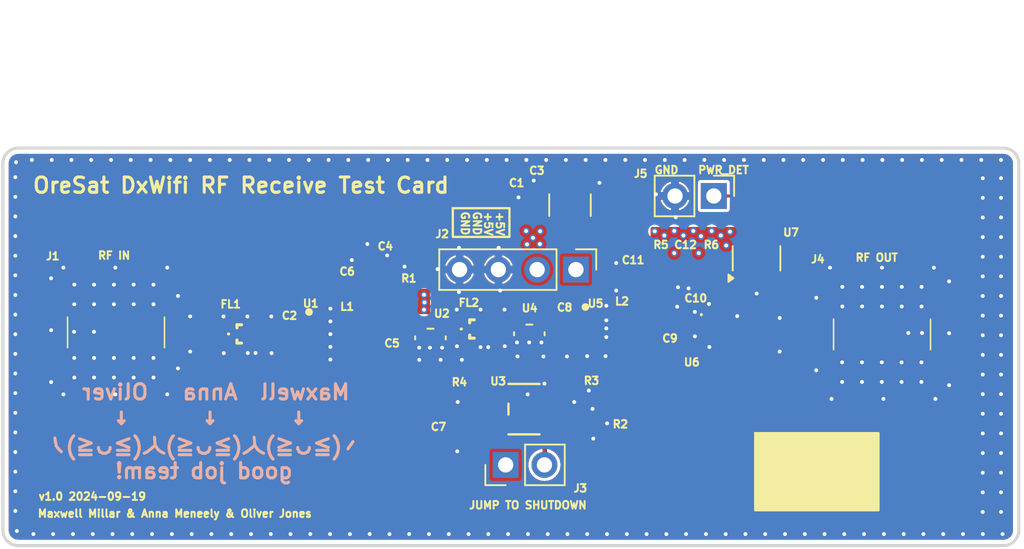
<source format=kicad_pcb>
(kicad_pcb (version 20240108) (generator "pcbnew") (generator_version "8.0")
  (layers (0 "F.Cu" signal) (1 "In1.Cu" signal) (2 "In2.Cu" signal) (31 "B.Cu" signal) (34 "B.Paste" user) (35 "F.Paste" user) (36 "B.SilkS" user "B.Silkscreen") (37 "F.SilkS" user "F.Silkscreen") (38 "B.Mask" user) (39 "F.Mask" user) (44 "Edge.Cuts" user))
  (net 0 "")
  (net 1 "GND")
  (net 2 "5VA")
  (net 3 "Net-(C4-Pad1)")
  (net 4 "Net-(C10-Pad1)")
  (net 5 "Net-(J3-Pin_2)")
  (net 6 "/PWR_DET_OUT")
  (net 7 "Net-(U1-SHUT_DOWN)")
  (net 8 "Net-(U3-Y)")
  (net 19 "/RF_BPF_OUT2")
  (net 20 "/RF_BPF_OUT1")
  (net 21 "/RF_LNA1_OUT2")
  (net 22 "/RF_LNA1_OUT1")
  (net 23 "/RF_ATTEN2_OUT1")
  (net 24 "/RF_ATTEN2_OUT2")
  (net 25 "/RF_BPF2_OUT")
  (net 26 "/RF_ATTEN1_OUT1")
  (net 27 "/RF_IN")
  (net 28 "/RF_OUT1")
  (net 29 "/PWR_DET_IN")
  (net 30 "/RF_LNA2_OUT1")
  (net 31 "/RF_LNA2_OUT2")
  (net 32 "Net-(U7-~{SHDN})")
  (footprint "oresat-passives:PAT1220(0805)" (layer "F.Cu") (at 131.409087 105.53295)
    (property "Reference" "U4")
    (property "Value" "PAT1220-C-3DB")
  )
  (footprint "oresat-passives:0603-C-NOSILK" (layer "F.Cu") (at 137.822587 101.7884 180)
    (property "Reference" "C11")
    (property "Value" "1u")
  )
  (footprint "oresat-ics:TQP3M9037" (layer "F.Cu") (at 136.459087 105.18295)
    (property "Reference" "U5")
    (property "Value" "TQP3M9037" (hide yes))
  )
  (footprint "oresat-ics:TQP3M9037" (layer "F.Cu") (at 118.359087 105.50795)
    (property "Reference" "U1")
    (property "Value" "TQP3M9037" (hide yes))
  )
  (footprint "Connector_PinHeader_2.54mm:PinHeader_1x02_P2.54mm_Vertical" (layer "F.Cu") (at 143.49 96.51 -90)
    (property "Reference" "J5")
    (property "Value" "0022232021" (hide yes))
  )
  (footprint "oresat-connectors:SMA 142-0711-201" (layer "F.Cu") (at 154.5074 105.572 90)
    (property "Reference" "J4")
    (property "Value" "Conn_Coaxial_142-0711-201" (hide yes))
  )
  (footprint "oresat-passives:0603-C-NOSILK" (layer "F.Cu") (at 138.91 104.21 -90)
    (property "Reference" "L2")
    (property "Value" "18nH")
  )
  (footprint "Capacitor_SMD:C_1210_3225Metric" (layer "F.Cu") (at 134.072587 97.1084 90)
    (property "Reference" "C3")
    (property "Value" "22u" (hide yes))
  )
  (footprint "oresat-passives:0603-C-NOSILK" (layer "F.Cu") (at 131.642587 97.2384 90)
    (property "Reference" "C1")
    (property "Value" "2u2")
  )
  (footprint "Package_TO_SOT_SMD:TSOT-23-5" (layer "F.Cu") (at 146.287901 100.591919 90)
    (property "Reference" "U7")
    (property "Value" "LTC5505-1ES5" (hide yes))
  )
  (footprint "oresat-passives:0603-C-NOSILK" (layer "F.Cu") (at 120.796587 101.4184 90)
    (property "Reference" "C6")
    (property "Value" "1u")
  )
  (footprint "oresat-passives:0603-C-NOSILK" (layer "F.Cu") (at 123.062587 103.57995)
    (property "Reference" "R1")
    (property "Value" "0")
  )
  (footprint "oresat-passives:0603-C-NOSILK" (layer "F.Cu") (at 140.096964 101.096894 90)
    (property "Reference" "R5")
    (property "Value" "0")
  )
  (footprint "oresat-connectors:SMA 142-0711-201" (layer "F.Cu") (at 104.345213 105.442 -90)
    (property "Reference" "J1")
    (property "Value" "142-0711-201" (hide yes))
  )
  (footprint "Connector_PinHeader_2.54mm:PinHeader_1x02_P2.54mm_Vertical" (layer "F.Cu") (at 129.859087 114.11895 90)
    (property "Reference" "J3")
    (property "Value" "0022232021" (hide yes))
  )
  (footprint "oresat-passives:0402-C-NOSILK" (layer "F.Cu") (at 133.809087 104.93295)
    (property "Reference" "C8")
    (property "Value" "15p")
  )
  (footprint "oresat-passives:0603-C-NOSILK" (layer "F.Cu") (at 141.7 101.096894 -90)
    (property "Reference" "C12")
    (property "Value" "100n")
  )
  (footprint "oresat-passives:0603-C-NOSILK" (layer "F.Cu") (at 127.532587 111.5584 180)
    (property "Reference" "C7")
    (property "Value" "100n")
  )
  (footprint "oresat-misc:PD2328J5050S2HF" (layer "F.Cu") (at 143.675587 104.93295 90)
    (property "Reference" "U6")
    (property "Value" "PD2328J5050S2HF" (hide yes))
  )
  (footprint "oresat-passives:0402-C-NOSILK" (layer "F.Cu") (at 140.609087 104.93295)
    (property "Reference" "C9")
    (property "Value" "15p")
  )
  (footprint "Connector_PinHeader_2.54mm:PinHeader_1x04_P2.54mm_Vertical" (layer "F.Cu") (at 134.460687 101.33055 -90)
    (property "Reference" "J2")
    (property "Value" "0022232041" (hide yes))
  )
  (footprint "oresat-passives:0402-C-NOSILK" (layer "F.Cu") (at 140.602587 103.1684)
    (property "Reference" "C10")
    (property "Value" "15p")
  )
  (footprint "oresat-passives:0603-C-NOSILK" (layer "F.Cu") (at 134.859087 111.41895 180)
    (property "Reference" "R2")
    (property "Value" "10k")
  )
  (footprint "oresat-ics:QPQ1907SR" (layer "F.Cu") (at 112.964087 105.54395)
    (property "Reference" "FL1")
    (property "Value" "QPQ1907SR" (hide yes))
  )
  (footprint "oresat-passives:0603-C-NOSILK" (layer "F.Cu") (at 143.346869 101.096894 90)
    (property "Reference" "R6")
    (property "Value" "10K")
  )
  (footprint "oresat-misc:DBV5 SN74LVC1G3T2Q" (layer "F.Cu") (at 131.059087 110.46895 180)
    (property "Reference" "U3")
    (property "Value" "SN74LVC1G32QDBVRQ1" (hide yes))
  )
  (footprint "oresat-passives:0603-C-NOSILK" (layer "F.Cu") (at 134.334087 108.55 90)
    (property "Reference" "R3")
    (property "Value" "33K")
  )
  (footprint "oresat-passives:PAT1220(0805)" (layer "F.Cu") (at 124.935687 105.8)
    (property "Reference" "U2")
    (property "Value" "PAT1220-C-3DB")
  )
  (footprint "oresat-passives:0402-C-NOSILK" (layer "F.Cu") (at 115.709087 105.25795)
    (property "Reference" "C2")
    (property "Value" "15p")
  )
  (footprint "oresat-ics:QPQ1907SR" (layer "F.Cu") (at 128.204087 105.21895)
    (property "Reference" "FL2")
    (property "Value" "QPQ1907SR" (hide yes))
  )
  (footprint "oresat-passives:0603-C-NOSILK" (layer "F.Cu") (at 128.13 108.57 -90)
    (property "Reference" "R4")
    (property "Value" "10k")
  )
  (footprint "oresat-passives:0402-C-NOSILK" (layer "F.Cu") (at 122.062587 101.5984 90)
    (property "Reference" "C4")
    (property "Value" "15p")
  )
  (footprint "oresat-passives:0402-C-NOSILK" (layer "F.Cu") (at 122.555087 105.24395)
    (property "Reference" "C5")
    (property "Value" "15p")
  )
  (footprint "oresat-passives:0603-C-NOSILK" (layer "F.Cu") (at 120.796587 104.56 -90)
    (property "Reference" "L1")
    (property "Value" "18nH")
  )
  (gr_rect (start 126.4 97.3102) (end 130.1084 99.1898) (stroke (width 0.15)) (fill none) (layer "F.SilkS"))
  (gr_rect (start 146.202652 112.04253) (end 154.271322 117.0886) (stroke (width 0.15)) (fill solid) (layer "F.SilkS"))
  (gr_line (start 97.937413 93.3734) (end 162.462587 93.3734) (stroke (width 0.2)) (layer "Edge.Cuts"))
  (gr_arc (start 96.937413 94.3734) (mid 97.230306 93.666293) (end 97.937413 93.3734) (stroke (width 0.2)) (layer "Edge.Cuts"))
  (gr_arc (start 163.462587 118.4) (mid 163.169693 119.107102) (end 162.462587 119.4) (stroke (width 0.2)) (layer "Edge.Cuts"))
  (gr_line (start 96.937413 118.4) (end 96.937413 94.3734) (stroke (width 0.2)) (layer "Edge.Cuts"))
  (gr_line (start 162.462587 119.4) (end 97.937413 119.4) (stroke (width 0.2)) (layer "Edge.Cuts"))
  (gr_arc (start 162.462587 93.3734) (mid 163.169702 93.666289) (end 163.462587 94.3734) (stroke (width 0.2)) (layer "Edge.Cuts"))
  (gr_arc (start 97.937413 119.4) (mid 97.230298 119.107111) (end 96.937413 118.4) (stroke (width 0.2)) (layer "Edge.Cuts"))
  (gr_line (start 163.462587 94.3734) (end 163.462587 118.4) (stroke (width 0.2)) (layer "Edge.Cuts"))
  (gr_text "ヽ(≧◡≦)人(≧◡≦)人(≧◡≦)ノ\ngood job team!" (at 110.1 115.1 0) (layer "B.SilkS") (effects (font (size 1 1) (thickness 0.2) (bold yes)) (justify bottom mirror)))
  (gr_text "Maxwell  Anna   Oliver \n↓      ↓      ↓\n" (at 110.5 111.55 0) (layer "B.SilkS") (effects (font (size 1 1) (thickness 0.2) (bold yes)) (justify bottom mirror)))
  (gr_text "RF OUT" (at 152.7079 100.83705 0) (layer "F.SilkS") (effects (font (size 0.5 0.5) (thickness 0.125) (bold yes)) (justify left bottom)))
  (gr_text "Maxwell Millar & Anna Meneely & Oliver Jones\n" (at 99.157587 117.5966 0) (layer "F.SilkS") (effects (font (size 0.5 0.5) (thickness 0.125)) (justify left bottom)))
  (gr_text "${REVISION} ${ISSUE_DATE}" (at 101.519787 112.2626 0) (layer "F.SilkS") (effects (font (size 0.5 0.5) (thickness 0.125)) (justify left bottom)))
  (gr_text "GND" (at 127.6954 97.4626 -90) (layer "F.SilkS") (effects (font (size 0.5 0.5) (thickness 0.125) (bold yes)) (justify left bottom)))
  (gr_text "PWR_DET" (at 142.4 95.1 0) (layer "F.SilkS") (effects (font (size 0.5 0.5) (thickness 0.125) (bold yes)) (justify left bottom)))
  (gr_text "OreSat DxWifi RF Receive Test Card\n" (at 98.8 96.4 0) (layer "F.SilkS") (effects (font (size 1 1) (thickness 0.2) (bold yes)) (justify left bottom)))
  (gr_text "v1.0 2024-09-19" (at 99.208387 116.479 0) (layer "F.SilkS") (effects (font (size 0.5 0.5) (thickness 0.125) (bold yes)) (justify left bottom)))
  (gr_text "+5V\n" (at 128.432 97.488 -90) (layer "F.SilkS") (effects (font (size 0.5 0.5) (thickness 0.125) (bold yes)) (justify left bottom)))
  (gr_text "RF IN" (at 103.1 100.7 0) (layer "F.SilkS") (effects (font (size 0.5 0.5) (thickness 0.125) (bold yes)) (justify left bottom)))
  (gr_text "${REVISION} ${ISSUE_DATE}" (at 114.600787 84.5512 0) (layer "F.SilkS") (effects (font (size 0.5 0.5) (thickness 0.125)) (justify left bottom)))
  (gr_text "JUMP TO SHUTDOWN\n" (at 127.4 117.05 0) (layer "F.SilkS") (effects (font (size 0.5 0.5) (thickness 0.125) (bold yes)) (justify left bottom)))
  (gr_text "GND" (at 126.908 97.4626 -90) (layer "F.SilkS") (effects (font (size 0.5 0.5) (thickness 0.125) (bold yes)) (justify left bottom)))
  (gr_text "+5V\n" (at 129.194 97.488 -90) (layer "F.SilkS") (effects (font (size 0.5 0.5) (thickness 0.125) (bold yes)) (justify left bottom)))
  (gr_text "GND" (at 139.55 95.1 0) (layer "F.SilkS") (effects (font (size 0.5 0.5) (thickness 0.125) (bold yes)) (justify left bottom)))
  (segment (start 157.0859 105.521463) (end 157.0859 107.40245) (width 0.38) (layer "F.Cu") (net 1))
  (segment (start 102.9075 103.6) (end 102.9075 105.3345) (width 0.38) (layer "F.Cu") (net 1))
  (segment (start 112.95 104.356263) (end 112.946887 104.35315) (width 0.2) (layer "F.Cu") (net 1))
  (segment (start 128.212287 106.41055) (end 128.212287 105.51315) (width 0.2) (layer "F.Cu") (net 1))
  (segment (start 144.203537 104.9) (end 144.170587 104.93295) (width 0.2) (layer "F.Cu") (net 1))
  (segment (start 112.964087 105.25795) (end 112.964087 105.82995) (width 0.2) (layer "F.Cu") (net 1))
  (segment (start 102.9 105.342) (end 102.9 107.1075) (width 0.38) (layer "F.Cu") (net 1))
  (segment (start 128.161487 104.02295) (end 128.204087 104.06555) (width 0.2) (layer "F.Cu") (net 1))
  (segment (start 144.9 104.9) (end 144.203537 104.9) (width 0.2) (layer "F.Cu") (net 1))
  (segment (start 157.128313 105.47905) (end 157.0859 105.521463) (width 0.38) (layer "F.Cu") (net 1))
  (segment (start 145.027087 104.37855) (end 145.027087 104.772913) (width 0.2) (layer "F.Cu") (net 1))
  (segment (start 112.964087 105.82995) (end 112.964087 106.78335) (width 0.2) (layer "F.Cu") (net 1))
  (segment (start 156.228313 105.47905) (end 156.228313 106.962537) (width 0.38) (layer "F.Cu") (net 1))
  (segment (start 156.228313 106.962537) (end 155.7884 107.40245) (width 0.38) (layer "F.Cu") (net 1))
  (segment (start 102.9 107.1075) (end 102.9075 107.115) (width 0.38) (layer "F.Cu") (net 1))
  (segment (start 128.204087 104.06555) (end 128.204087 104.93295) (width 0.2) (layer "F.Cu") (net 1))
  (segment (start 128.204087 105.50495) (end 128.699087 105.50495) (width 0.2) (layer "F.Cu") (net 1))
  (segment (start 156.228313 105.47905) (end 156.228313 104.177363) (width 0.38) (layer "F.Cu") (net 1))
  (segment (start 128.204087 104.93295) (end 128.204087 105.50495) (width 0.2) (layer "F.Cu") (net 1))
  (segment (start 113.45 105.839037) (end 113.459087 105.82995) (width 0.2) (layer "F.Cu") (net 1))
  (segment (start 157.128313 105.47905) (end 157.0959 105.446637) (width 0.38) (layer "F.Cu") (net 1))
  (segment (start 128.699087 105.50495) (end 128.699087 106.38935) (width 0.2) (layer "F.Cu") (net 1))
  (segment (start 113.480287 106.79155) (end 113.45 106.761263) (width 0.2) (layer "F.Cu") (net 1))
  (segment (start 112.964087 105.25795) (end 112.95 105.243863) (width 0.2) (layer "F.Cu") (net 1))
  (segment (start 156.228313 104.177363) (end 155.7984 103.74745) (width 0.38) (layer "F.Cu") (net 1))
  (segment (start 101.61 105.41) (end 101.61 107.115) (width 0.38) (layer "F.Cu") (net 1))
  (segment (start 128.212287 105.51315) (end 128.204087 105.50495) (width 0.2) (layer "F.Cu") (net 1))
  (segment (start 102.9075 105.3345) (end 102.9 105.342) (width 0.38) (layer "F.Cu") (net 1))
  (segment (start 101.61 105.39) (end 101.6 105.4) (width 0.38) (layer "F.Cu") (net 1))
  (segment (start 157.0959 105.446637) (end 157.0959 103.74745) (width 0.38) (layer "F.Cu") (net 1))
  (segment (start 101.61 103.6) (end 101.61 105.39) (width 0.38) (layer "F.Cu") (net 1))
  (segment (start 145.027087 104.772913) (end 144.9 104.9) (width 0.2) (layer "F.Cu") (net 1))
  (segment (start 112.95 105.243863) (end 112.95 104.356263) (width 0.2) (layer "F.Cu") (net 1))
  (segment (start 112.964087 106.78335) (end 112.972287 106.79155) (width 0.2) (layer "F.Cu") (net 1))
  (segment (start 128.699087 106.38935) (end 128.720287 106.41055) (width 0.2) (layer "F.Cu") (net 1))
  (segment (start 113.45 106.761263) (end 113.45 105.839037) (width 0.2) (layer "F.Cu") (net 1))
  (segment (start 101.6 105.4) (end 101.61 105.41) (width 0.38) (layer "F.Cu") (net 1))
  (segment (start 113.459087 105.82995) (end 112.964087 105.82995) (width 0.2) (layer "F.Cu") (net 1))
  (via (at 131.215578 94.15) (size 0.4572) (drill 0.254) (layers "F.Cu" "B.Cu") (net 1))
  (via (at 155.7884 107.40245) (size 0.4572) (drill 0.254) (layers "F.Cu" "B.Cu") (net 1))
  (via (at 132.4 108.8) (size 0.4572) (drill 0.254) (layers "F.Cu" "B.Cu") (net 1))
  (via (at 155.7984 103.74745) (size 0.4572) (drill 0.254) (layers "F.Cu" "B.Cu") (net 1))
  (via (at 114.478186 118.65) (size 0.4572) (drill 0.254) (layers "F.Cu" "B.Cu") (net 1))
  (via (at 107.902266 94.15) (size 0.4572) (drill 0.254) (layers "F.Cu" "B.Cu") (net 1))
  (via (at 97.75 102.99306) (size 0.4572) (drill 0.254) (layers "F.Cu" "B.Cu") (net 1))
  (via (at 151.2 109.8) (size 0.4572) (drill 0.254) (layers "F.Cu" "B.Cu") (net 1))
  (via (at 154.52889 94.15) (size 0.4572) (drill 0.254) (layers "F.Cu" "B.Cu") (net 1))
  (via (at 154.5009 102.46245) (size 0.4572) (drill 0.254) (layers "F.Cu" "B.Cu") (net 1))
  (via (at 131.7 95.5) (size 0.4572) (drill 0.254) (layers "F.Cu" "B.Cu") (net 1))
  (via (at 150.2 107.92365) (size 0.4572) (drill 0.254) (layers "F.Cu" "B.Cu") (net 1))
  (via (at 158.514442 118.65) (size 0.4572) (drill 0.254) (layers "F.Cu" "B.Cu") (net 1))
  (via (at 162.3 113.342918) (size 0.4572) (drill 0.254) (layers "F.Cu" "B.Cu") (net 1))
  (via (at 97.85 118.45) (size 0.4572) (drill 0.254) (layers "F.Cu" "B.Cu") (net 1))
  (via (at 153.2034 103.74745) (size 0.4572) (drill 0.254) (layers "F.Cu" "B.Cu") (net 1))
  (via (at 105.311898 94.15) (size 0.4572) (drill 0.254) (layers "F.Cu" "B.Cu") (net 1))
  (via (at 106.8 108.4) (size 0.4572) (drill 0.254) (layers "F.Cu" "B.Cu") (net 1))
  (via (at 142.25 104.1) (size 0.4572) (drill 0.254) (layers "F.Cu" "B.Cu") (net 1))
  (via (at 118.382487 106.390011) (size 0.4572) (drill 0.254) (layers "F.Cu" "B.Cu") (net 1))
  (via (at 162.3 106.914448) (size 0.4572) (drill 0.254) (layers "F.Cu" "B.Cu") (net 1))
  (via (at 161.1 109.488336) (size 0.4572) (drill 0.254) (layers "F.Cu" "B.Cu") (net 1))
  (via (at 161.1 100.488478) (size 0.4572) (drill 0.254) (layers "F.Cu" "B.Cu") (net 1))
  (via (at 162.3 99.200284) (size 0.4572) (drill 0.254) (layers "F.Cu" "B.Cu") (net 1))
  (via (at 135.55 110.45) (size 0.4572) (drill 0.254) (layers "F.Cu" "B.Cu") (net 1))
  (via (at 108.4 107.8) (size 0.4572) (drill 0.254) (layers "F.Cu" "B.Cu") (net 1))
  (via (at 136.45 105.183324) (size 0.4572) (drill 0.254) (layers "F.Cu" "B.Cu") (net 1))
  (via (at 114.515 104.4) (size 0.4572) (drill 0.254) (layers "F.Cu" "B.Cu") (net 1))
  (via (at 153.2034 102.46245) (size 0.4572) (drill 0.254) (layers "F.Cu" "B.Cu") (net 1))
  (via (at 124.739658 94.15) (size 0.4572) (drill 0.254) (layers "F.Cu" "B.Cu") (net 1))
  (via (at 114.53 106.8) (size 0.4572) (drill 0.254) (layers "F.Cu" "B.Cu") (net 1))
  (via (at 137.1 102.7) (size 0.4572) (drill 0.254) (layers "F.Cu" "B.Cu") (net 1))
  (via (at 104.205 108.4) (size 0.4572) (drill 0.254) (layers "F.Cu" "B.Cu") (net 1))
  (via (at 113.480287 106.79155) (size 0.4572) (drill 0.254) (layers "F.Cu" "B.Cu") (net 1))
  (via (at 115.67337 94.15) (size 0.4572) (drill 0.254) (layers "F.Cu" "B.Cu") (net 1))
  (via (at 97.75 117.135694) (size 0.4572) (drill 0.254) (layers "F.Cu" "B.Cu") (net 1))
  (via (at 126.134842 118.65) (size 0.4572) (drill 0.254) (layers "F.Cu" "B.Cu") (net 1))
  (via (at 97.75 113.278612) (size 0.4572) (drill 0.254) (layers "F.Cu" "B.Cu") (net 1))
  (via (at 140.381866 118.65) (size 0.4572) (drill 0.254) (layers "F.Cu" "B.Cu") (net 1))
  (via (at 161.1 103.059866) (size 0.4572) (drill 0.254) (layers "F.Cu" "B.Cu") (net 1))
  (via (at 138.986682 94.15) (size 0.4572) (drill 0.254) (layers "F.Cu" "B.Cu") (net 1))
  (via (at 106.607082 94.15) (size 0.4572) (drill 0.254) (layers "F.Cu" "B.Cu") (net 1))
  (via (at 162.3 94.15) (size 0.4572) (drill 0.254) (layers "F.Cu" "B.Cu") (net 1))
  (via (at 106.8 103.6) (size 0.4572) (drill 0.254) (layers "F.Cu" "B.Cu") (net 1))
  (via (at 102.72153 94.15) (size 0.4572) (drill 0.254) (layers "F.Cu" "B.Cu") (net 1))
  (via (at 109.2 104.4) (size 0.4572) (drill 0.254) (layers "F.Cu" "B.Cu") (net 1))
  (via (at 151.9059 102.46245) (size 0.4572) (drill 0.254) (layers "F.Cu" "B.Cu") (net 1))
  (via (at 161.1 115.916806) (size 0.4572) (drill 0.254) (layers "F.Cu" "B.Cu") (net 1))
  (via (at 151.938522 94.15) (size 0.4572) (drill 0.254) (layers "F.Cu" "B.Cu") (net 1))
  (via (at 157.0959 103.74745) (size 0.4572) (drill 0.254) (layers "F.Cu" "B.Cu") (net 1))
  (via (at 104.3 101.2) (size 0.4572) (drill 0.254) (layers "F.Cu" "B.Cu") (net 1))
  (via (at 97.75 96.56459) (size 0.4572) (drill 0.254) (layers "F.Cu" "B.Cu") (net 1))
  (via (at 145.562602 118.65) (size 0.4572) (drill 0.254) (layers "F.Cu" "B.Cu") (net 1))
  (via (at 136 95.65) (size 0.4572) (drill 0.254) (layers "F.Cu" "B.Cu") (net 1))
  (via (at 112.972287 106.79155) (size 0.4572) (drill 0.254) (layers "F.Cu" "B.Cu") (net 1))
  (via (at 111.4 106.8) (size 0.4572) (drill 0.254) (layers "F.Cu" "B.Cu") (net 1))
  (via (at 132.2 106.1) (size 0.4572) (drill 0.254) (layers "F.Cu" "B.Cu") (net 1))
  (via (at 126.993087 107.24025) (size 0.4572) (drill 0.254) (layers "F.Cu" "B.Cu") (net 1))
  (via (at 157.0859 108.68745) (size 0.4572) (drill 0.254) (layers "F.Cu" "B.Cu") (net 1))
  (via (at 113.183002 118.65) (size 0.4572) (drill 0.254) (layers "F.Cu" "B.Cu") (net 1))
  (via (at 159.809626 118.65) (size 0.4572) (drill 0.254) (layers "F.Cu" "B.Cu") (net 1))
  (via (at 132.510762 94.15) (size 0.4572) (drill 0.254) (layers "F.Cu" "B.Cu") (net 1))
  (via (at 132.334087 107.02015) (size 0.4572) (drill 0.254) (layers "F.Cu" "B.Cu") (net 1))
  (via (at 105.5025 108.4) (size 0.4572) (drill 0.254) (layers "F.Cu" "B.Cu") (net 1))
  (via (at 157.128313 105.47905) (size 0.4572) (drill 0.254) (layers "F.Cu" "B.Cu") (net 1))
  (via (at 161.10481 118.65) (size 0.4572) (drill 0.254) (layers "F.Cu" "B.Cu") (net 1))
  (via (at 131.3 109.5) (size 0.4572) (drill 0.254) (layers "F.Cu" "B.Cu") (net 1))
  (via (at 109.2 106.7) (size 0.4572) (drill 0.254) (layers "F.Cu" "B.Cu") (net 1))
  (via (at 161.1 117.2025) (size 0.4572) (drill 0.254) (layers "F.Cu" "B.Cu") (net 1))
  (via (at 158.414442 94.15) (size 0.4572) (drill 0.254) (layers "F.Cu" "B.Cu") (net 1))
  (via (at 130.020394 118.65) (size 0.4572) (drill 0.254) (layers "F.Cu" "B.Cu") (net 1))
  (via (at 105.5025 103.6) (size 0.4572) (drill 0.254) (layers "F.Cu" "B.Cu") (net 1))
  (via (at 128.72521 118.65) (size 0.4572) (drill 0.254) (layers "F.Cu" "B.Cu") (net 1))
  (via (at 97.75 114.564306) (size 0.4572) (drill 0.254) (layers "F.Cu" "B.Cu") (net 1))
  (via (at 125.6 107.24025) (size 0.4572) (drill 0.254) (layers "F.Cu" "B.Cu") (net 1))
  (via (at 129.785 103.95) (size 0.4572) (drill 0.254) (layers "F.Cu" "B.Cu") (net 1))
  (via (at 131.4 106.1) (size 0.4572) (drill 0.254) (layers "F.Cu" "B.Cu") (net 1))
  (via (at 135.3 109.25) (size 0.4572) (drill 0.254) (layers "F.Cu" "B.Cu") (net 1))
  (via (at 162.3 97.91459) (size 0.4572) (drill 0.254) (layers "F.Cu" "B.Cu") (net 1))
  (via (at 123.444474 94.15) (size 0.4572) (drill 0.254) (layers "F.Cu" "B.Cu") (net 1))
  (via (at 114.378186 94.15) (size 0.4572) (drill 0.254) (layers "F.Cu" "B.Cu") (net 1))
  (via (at 120.802587 99.6584) (size 0.4572) (drill 0.254) (layers "F.Cu" "B.Cu") (net 1))
  (via (at 136.45 104.65) (size 0.4572) (drill 0.254) (layers "F.Cu" "B.Cu") (net 1))
  (via (at 97.75 115.85) (size 0.4572) (drill 0.254) (layers "F.Cu" "B.Cu") (net 1))
  (via (at 142.972234 118.65) (size 0.4572) (drill 0.254) (layers "F.Cu" "B.Cu") (net 1))
  (via (at 151.9059 103.74745) (size 0.4572) (drill 0.254) (layers "F.Cu" "B.Cu") (net 1))
  (via (at 161.1 106.916948) (size 0.4572) (drill 0.254) (layers "F.Cu" "B.Cu") (net 1))
  (via (at 161.1 112.059724) (size 0.4572) (drill 0.254) (layers "F.Cu" "B.Cu") (net 1))
  (via (at 105.5025 107.115) (size 0.4572) (drill 0.254) (layers "F.Cu" "B.Cu") (net 1))
  (via (at 116.968554 94.15) (size 0.4572) (drill 0.254) (layers "F.Cu" "B.Cu") (net 1))
  (via (at 112.95 104.4) (size 0.4572) (drill 0.254) (layers "F.Cu" "B.Cu") (net 1))
  (via (at 109.19745 94.15) (size 0.4572) (drill 0.254) (layers "F.Cu" "B.Cu") (net 1))
  (via (at 100.1 101.9) (size 0.4572) (drill 0.254) (layers "F.Cu" "B.Cu") (net 1))
  (via (at 139.086682 118.65) (size 0.4572) (drill 0.254) (layers "F.Cu" "B.Cu") (net 1))
  (via (at 161.1 110.77403) (size 0.4572) (drill 0.254) (layers "F.Cu" "B.Cu") (net 1))
  (via (at 125.7 106.44025) (size 0.4572) (drill 0.254) (layers "F.Cu" "B.Cu") (net 1))
  (via (at 98.935978 118.65) (size 0.4572) (drill 0.254) (layers "F.Cu" "B.Cu") (net 1))
  (via (at 128.62521 94.15) (size 0.4572) (drill 0.254) (layers "F.Cu" "B.Cu") (net 1))
  (via (at 136.496314 118.65) (size 0.4572) (drill 0.254) (layers "F.Cu" "B.Cu") (net 1))
  (via (at 144.267418 118.65) (size 0.4572) (drill 0.254) (layers "F.Cu" "B.Cu") (net 1))
  (via (at 97.75 104.278754) (size 0.4572) (drill 0.254) (layers "F.Cu" "B.Cu") (net 1))
  (via (at 126.67 106.35) (size 0.4572) (drill 0.254) (layers "F.Cu" "B.Cu") (net 1))
  (via (at 162.3 108.200142) (size 0.4572) (drill 0.254) (layers "F.Cu" "B.Cu") (net 1))
  (via (at 158 109.8) (size 0.4572) (drill 0.254) (layers "F.Cu" "B.Cu") (net 1))
  (via (at 133.805946 94.15) (size 0.4572) (drill 0.254) (layers "F.Cu" "B.Cu") (net 1))
  (via (at 161.1 113.345418) (size 0.4572) (drill 0.254) (layers "F.Cu" "B.Cu") (net 1))
  (via (at 136.45 103.7) (size 0.4572) (drill 0.254) (layers "F.Cu" "B.Cu") (net 1))
  (via (at 106.707082 118.65) (size 0.4572) (drill 0.254) (layers "F.Cu" "B.Cu") (net 1))
  (via (at 142.25 105.7) (size 0.4572) (drill 0.254) (layers "F.Cu" "B.Cu") (net 1))
  (via (at 118.382487 105.556674) (size 0.4572) (drill 0.254) (layers "F.Cu" "B.Cu") (net 1))
  (via (at 137.691498 94.15) (size 0.4572) (drill 0.254) (layers "F.Cu" "B.Cu") (net 1))
  (via (at 157.9 101.2) (size 0.4572) (drill 0.254) (layers "F.Cu" "B.Cu") (net 1))
  (via (at 108.002266 118.65) (size 0.4572) (drill 0.254) (layers "F.Cu" "B.Cu") (net 1))
  (via (at 113.083002 94.15) (size 0.4572) (drill 0.254) (layers "F.Cu" "B.Cu") (net 1))
  (via (at 126.716587 110.002) (size 0.4572) (drill 0.254) (layers "F.Cu" "B.Cu") (net 1))
  (via (at 162.4 118.65) (size 0.4572) (drill 0.254) (layers "F.Cu" "B.Cu") (net 1))
  (via (at 102.82153 118.65) (size 0.4572) (drill 0.254) (layers "F.Cu" "B.Cu") (net 1))
  (via (at 97.75 109.42153) (size 0.4572) (drill 0.254) (layers "F.Cu" "B.Cu") (net 1))
  (via (at 153.333706 118.65) (size 0.4572) (drill 0.254) (layers "F.Cu" "B.Cu") (net 1))
  (via (at 105.411898 118.65) (size 0.4572) (drill 0.254) (layers "F.Cu" "B.Cu") (net 1))
  (via (at 161.00481 94.15) (size 0.4572) (drill 0.254) (layers "F.Cu" "B.Cu") (net 1))
  (via (at 151.8959 108.68745) (size 0.4572) (drill 0.254) (layers "F.Cu" "B.Cu") (net 1))
  (via (at 144.167418 94.15) (size 0.4572) (drill 0.254) (layers "F.Cu" "B.Cu") (net 1))
  (via (at 98.835978 94.15) (size 0.4572) (drill 0.254) (layers "F.Cu" "B.Cu") (net 1))
  (via (at 130.6 106.1) (size 0.4572) (drill 0.254) (layers "F.Cu" "B.Cu") (net 1))
  (via (at 127.330026 94.15) (size 0.4572) (drill 0.254) (layers "F.Cu" "B.Cu") (net 1))
  (via (at 136.5 111.4) (size 0.4572) (drill 0.254) (layers "F.Cu" "B.Cu") (net 1))
  (via (at 162.3 117.2) (size 0.4572) (drill 0.254) (layers "F.Cu" "B.Cu") (net 1))
  (via (at 154.4909 108.68745) (size 0.4572) (drill 0.254) (layers "F.Cu" "B.Cu") (net 1))
  (via (at 97.75 106.850142) (size 0.4572) (drill 0.254) (layers "F.Cu" "B.Cu") (net 1))
  (via (at 126.691187 113.2278) (size 0.4572) (drill 0.254) (layers "F.Cu" "B.Cu") (net 1))
  (via (at 153.1934 108.68745) (size 0.4572) (drill 0.254) (layers "F.Cu" "B.Cu") (net 1))
  (via (at 135.2 107) (size 0.4572) (drill 0.254) (layers "F.Cu" "B.Cu") (net 1))
  (via (at 142.872234 94.15) (size 0.4572) (drill 0.254) (layers "F.Cu" "B.Cu") (net 1))
  (via (at 136.45 105.75) (size 0.4572) (drill 0.254) (layers "F.Cu" "B.Cu") (net 1))
  (via (at 162.3 104.34306) (size 0.4572) (drill 0.254) (layers "F.Cu" "B.Cu") (net 1))
  (via (at 101.6 105.4) (size 0.4572) (drill 0.254) (layers "F.Cu" "B.Cu") (net 1))
  (via (at 102.9075 103.6) (size 0.4572) (drill 0.254) (layers "F.Cu" "B.Cu") (net 1))
  (via (at 161.1 105.631254) (size 0.4572) (drill 0.254) (layers "F.Cu" "B.Cu") (net 1))
  (via (at 162.3 95.343202) (size 0.4572) (drill 0.254) (layers "F.Cu" "B.Cu") (net 1))
  (via (at 122.1 100.4) (size 0.4572) (drill 0.254) (layers "F.Cu" "B.Cu") (net 1))
  (via (at 150.743338 118.65) (size 0.4572) (drill 0.254) (layers "F.Cu" "B.Cu") (net 1))
  (via (at 155.7884 108.68745) (size 0.4572) (drill 0.254) (layers "F.Cu" "B.Cu") (net 1))
  (via (at 110.492634 94.15) (size 0.4572) (drill 0.254) (layers "F.Cu" "B.Cu") (net 1))
  (via (at 158.9 108.9) (size 0.4572) (drill 0.254) (layers "F.Cu" "B.Cu") (net 1))
  (via (at 104.205 107.115) (size 0.4572) (drill 0.254) (layers "F.Cu" "B.Cu") (net 1))
  (via (at 118.363738 118.65) (size 0.4572) (drill 0.254) (layers "F.Cu" "B.Cu") (net 1))
  (via (at 100.9 101.2) (size 0.4572) (drill 0.254) (layers "F.Cu" "B.Cu") (net 1))
  (via (at 101.426346 94.15) (size 0.4572) (drill 0.254) (layers "F.Cu" "B.Cu") (net 1))
  (via (at 97.75 105.564448) (size 0.4572) (drill 0.254) (layers "F.Cu" "B.Cu") (net 1))
  (via (at 128.720287 106.41055) (size 0.4572) (drill 0.254) (layers "F.Cu" "B.Cu") (net 1))
  (via (at 107.7 109.5) (size 0.4572) (drill 0.254) (layers "F.Cu" "B.Cu") (net 1))
  (via (at 119.558922 94.15) (size 0.4572) (drill 0.254) (layers "F.Cu" "B.Cu") (net 1))
  (via (at 117.068554 118.65) (size 0.4572) (drill 0.254) (layers "F.Cu" "B.Cu") (net 1))
  (via (at 97.75 100.421672) (size 0.4572) (drill 0.254) (layers "F.Cu" "B.Cu") (net 1))
  (via (at 154.5009 103.74745) (size 0.4572) (drill 0.254) (layers "F.Cu" "B.Cu") (net 1))
  (via (at 105.5025 102.315) (size 0.4572) (drill 0.254) (layers "F.Cu" "B.Cu") (net 1))
  (via (at 150.643338 94.15) (size 0.4572) (drill 0.254) (layers "F.Cu" "B.Cu") (net 1))
  (via (at 124.2 107.24025) (size 0.4572) (drill 0.254) (layers "F.Cu" "B.Cu") (net 1))
  (via (at 161.1 99.202784) (size 0.4572) (drill 0.254) (layers "F.Cu" "B.Cu") (net 1))
  (via (at 97.75 111.992918) (size 0.4572) (drill 0.254) (layers "F.Cu" "B.Cu") (net 1))
  (via (at 124.9 106.44025) (size 0.4572) (drill 0.254) (layers "F.Cu" "B.Cu") (net 1))
  (via (at 162.3 112.057224) (size 0.4572) (drill 0.254) (layers "F.Cu" "B.Cu") (net 1))
  (via (at 129.8 106.35) (size 0.4572) (drill 0.254) (layers "F.Cu" "B.Cu") (net 1))
  (via (at 162.3 114.628612) (size 0.4572) (drill 0.254) (layers "F.Cu" "B.Cu") (net 1))
  (via (at 102.9075 108.4) (size 0.4572) (drill 0.254) (layers "F.Cu" "B.Cu") (net 1))
  (via (at 118.382487 104.723337) (size 0.4572) (drill 0.254) (layers "F.Cu" "B.Cu") (net 1))
  (via (at 131.315578 118.65) (size 0.4572) (drill 0.254) (layers "F.Cu" "B.Cu") (net 1))
  (via (at 101.61 108.4) (size 0.4572) (drill 0.254) (layers "F.Cu" "B.Cu") (net 1))
  (via (at 162.3 103.057366) (size 0.4572) (drill 0.254) (layers "F.Cu" "B.Cu") (net 1))
  (via (at 106.8 102.315) (size 0.4572) (drill 0.254) (layers "F.Cu" "B.Cu") (net 1))
  (via (at 162.3 115.914306) (size 0.4572) (drill 0.254) (layers "F.Cu" "B.Cu") (net 1))
  (via (at 137.791498 118.65) (size 0.4572) (drill 0.254) (layers "F.Cu" "B.Cu") (net 1))
  (via (at 141.092587 103.7584) (size 0.4572) (drill 0.254) (layers "F.Cu" "B.Cu") (net 1))
  (via (at 155.924074 118.65) (size 0.4572) (drill 0.254) (layers "F.Cu" "B.Cu") (net 1))
  (via (at 97.75 101.707366) (size 0.4572) (drill 0.254) (layers "F.Cu" "B.Cu") (net 1))
  (via (at 157.0859 107.40245) (size 0.4572) (drill 0.254) (layers "F.Cu" "B.Cu") (net 1))
  (via (at 154.5 101.2) (size 0.4572) (drill 0.254) (layers "F.Cu" "B.Cu") (net 1))
  (via (at 118.382487 103.89) (size 0.4572) (drill 0.254) (layers "F.Cu" "B.Cu") (net 1))
  (via (at 141.142587 102.4884) (size 0.4572) (drill 0.254) (layers "F.Cu" "B.Cu") (net 1))
  (via (at 155.7984 102.46245) (size 0.4572) (drill 0.254) (layers "F.Cu" "B.Cu") (net 1))
  (via (at 134.35 110) (size 0.4572) (drill 0.254) (layers "F.Cu" "B.Cu") (net 1))
  (via (at 120.954106 118.65) (size 0.4572) (drill 0.254) (layers "F.Cu" "B.Cu") (net 1))
  (via (at 135.20113 118.65) (size 0.4572) (drill 0.254) (layers "F.Cu" "B.Cu") (net 1))
  (via (at 122.24929 118.65) (size 0.4572) (drill 0.254) (layers "F.Cu" "B.Cu") (net 1))
  (via (at 151.1 101.2) (size 0.4572) (drill 0.254) (layers "F.Cu" "B.Cu") (net 1))
  (via (at 153.233706 94.15) (size 0.4572) (drill 0.254) (layers "F.Cu" "B.Cu") (net 1))
  (via (at 145.462602 94.15) (size 0.4572) (drill 0.254) (layers "F.Cu" "B.Cu") (net 1))
  (via (at 141.57705 94.15) (size 0.4572) (drill 0.254) (layers "F.Cu" "B.Cu") (net 1))
  (via (at 154.4909 107.40245) (size 0.4572) (drill 0.254) (layers "F.Cu" "B.Cu") (net 1))
  (via (at 107.7 101.2) (size 0.4572) (drill 0.254) (layers "F.Cu" "B.Cu") (net 1))
  (via (at 156.228313 105.47905) (size 0.4572) (drill 0.254) (layers "F.Cu" "B.Cu") (net 1))
  (via (at 147.8 106.7) (size 0.4572) (drill 0.254) (layers "F.Cu" "B.Cu") (net 1))
  (via (at 97.75 108.135836) (size 0.4572) (drill 0.254) (layers "F.Cu" "B.Cu") (net 1))
  (via (at 162.3 110.77153) (size 0.4572) (drill 0.254) (layers "F.Cu" "B.Cu") (net 1))
  (via (at 128.212287 106.41055) (size 0.4572) (drill 0.254) (layers "F.Cu" "B.Cu") (net 1))
  (via (at 123.236787 101.1374) (size 0.4572) (drill 0.254) (layers "F.Cu" "B.Cu") (net 1))
  (via (at 104.3 109.5) (size 0.4572) (drill 0.254) (layers "F.Cu" "B.Cu") (net 1))
  (via (at 136.4 107) (size 0.4572) (drill 0.254) (layers "F.Cu" "B.Cu") (net 1))
  (via (at 100.231162 118.65) (size 0.4572) (drill 0.254) (layers "F.Cu" "B.Cu") (net 1))
  (via (at 109.29745 118.65) (size 0.4572) (drill 0.254) (layers "F.Cu" "B.Cu") (net 1))
  (via (at 97.75 110.707224) (size 0.4572) (drill 0.254) (layers "F.Cu" "B.Cu") (net 1))
  (via (at 119.658922 118.65) (size 0.4572) (drill 0.254) (layers "F.Cu" "B.Cu") (net 1))
  (via (at 102.9075 107.115) (size 0.4572) (drill 0.254) (layers "F.Cu" "B.Cu") (net 1))
  (via (at 130.7 96.6) (size 0.4572) (drill 0.254) (layers "F.Cu" "B.Cu") (net 1))
  (via (at 110.592634 118.65) (size 0.4572) (drill 0.254) (layers "F.Cu" "B.Cu") (net 1))
  (via (at 161.1 104.34556) (size 0.4572) (drill 0.254) (layers "F.Cu" "B.Cu") (net 1))
  (via (at 161.1 108.202642) (size 0.4572) (drill 0.254) (layers "F.Cu" "B.Cu") (net 1))
  (via (at 162.3 101.771672) (size 0.4572) (drill 0.254) (layers "F.Cu" "B.Cu") (net 1))
  (via (at 106.8 107.115) (size 0.4572) (drill 0.254) (layers "F.Cu" "B.Cu") (net 1))
  (via (at 104.205 103.6) (size 0.4572) (drill 0.254) (layers "F.Cu" "B.Cu") (net 1))
  (via (at 128.22 103.95) (size 0.4572) (drill 0.254) (layers "F.Cu" "B.Cu") (net 1))
  (via (at 152.038522 118.65) (size 0.4572) (drill 0.254) (layers "F.Cu" "B.Cu") (net 1))
  (via (at 154.6 109.8) (size 0.4572) (drill 0.254) (layers "F.Cu" "B.Cu") (net 1))
  (via (at 146.3 102.9) (size 0.4572) (drill 0.254) (layers "F.Cu" "B.Cu") (net 1))
  (via (at 161.1 96.631396) (size 0.4572) (drill 0.254) (layers "F.Cu" "B.Cu") (net 1))
  (via (at 126.8 99.9) (size 0.4572) (drill 0.254) (layers "F.Cu" "B.Cu") (net 1))
  (via (at 137.1 100.9) (size 0.4572) (drill 0.254) (layers "F.Cu" "B.Cu") (net 1))
  (via (at 141.67705 118.65) (size 0.4572) (drill 0.254) (layers "F.Cu" "B.Cu") (net 1))
  (via (at 100.1 108.7) (size 0.4572) (drill 0.254) (layers "F.Cu" "B.Cu") (net 1))
  (via (at 143.17256 103.579346) (size 0.4572) (drill 0.254) (layers "F.Cu" "B.Cu") (net 1))
  (via (at 151.8959 107.40245) (size 0.4572) (drill 0.254) (layers "F.Cu" "B.Cu") (net 1))
  (via (at 162.3 109.485836) (size 0.4572) (drill 0.254) (layers "F.Cu" "B.Cu") (net 1))
  (via (at 133.876487 107.02015) (size 0.4572) (drill 0.254) (layers "F.Cu" "B.Cu") (net 1))
  (via (at 141.839938 102.561605) (size 0.4572) (drill 0.254) (layers "F.Cu" "B.Cu") (net 1))
  (via (at 143.2 106.4) (size 0.4572) (drill 0.254) (layers "F.Cu" "B.Cu") (net 1))
  (via (at 139.7 96.4) (size 0.4572) (drill 0.254) (layers "F.Cu" "B.Cu") (net 1))
  (via (at 124.839658 118.65) (size 0.4572) (drill 0.254) (layers "F.Cu" "B.Cu") (net 1))
  (via (at 101.526346 118.65) (size 0.4572) (drill 0.254) (layers "F.Cu" "B.Cu") (net 1))
  (via (at 100.1 105.3) (size 0.4572) (drill 0.254) (layers "F.Cu" "B.Cu") (net 1))
  (via (at 162.3 100.485978) (size 0.4572) (drill 0.254) (layers "F.Cu" "B.Cu") (net 1))
  (via (at 149.348154 94.15) (size 0.4572) (drill 0.254) (layers "F.Cu" "B.Cu") (net 1))
  (via (at 162.3 105.628754) (size 0.4572) (drill 0.254) (layers "F.Cu" "B.Cu") (net 1))
  (via (at 135.6 112.4) (size 0.4572) (drill 0.254) (layers "F.Cu" "B.Cu") (net 1))
  (via (at 129.920394 94.15) (size 0.4572) (drill 0.254) (layers "F.Cu" "B.Cu") (net 1))
  (via (at 102.9075 102.315) (size 0.4572) (drill 0.254) (layers "F.Cu" "B.Cu") (net 1))
  (via (at 127.430026 118.65) (size 0.4572) (drill 0.254) (layers "F.Cu" "B.Cu") (net 1))
  (via (at 132.610762 118.65) (size 0.4572) (drill 0.254) (layers "F.Cu" "B.Cu") (net 1))
  (via (at 157.119258 94.15) (size 0.4572) (drill 0.254) (layers "F.Cu" "B.Cu") (net 1))
  (via (at 120.854106 94.15) (size 0.4572) (drill 0.254) (layers "F.Cu" "B.Cu") (net 1))
  (via (at 141 97.9) (size 0.4572) (drill 0.254) (layers "F.Cu" "B.Cu") (net 1))
  (via (at 159.709626 94.15) (size 0.4572) (drill 0.254) (layers "F.Cu" "B.Cu") (net 1))
  (via (at 102.9 105.4) (size 0.4572) (drill 0.254) (layers "F.Cu" "B.Cu") (net 1))
  (via (at 148.05297 94.15) (size 0.4572) (drill 0.254) (layers "F.Cu" "B.Cu") (net 1))
  (via (at 118.263738 94.15) (size 0.4572) (drill 0.254) (layers "F.Cu" "B.Cu") (net 1))
  (via (at 104.116714 118.65) (size 0.4572) (drill 0.254) (layers "F.Cu" "B.Cu") (net 1))
  (via (at 157.219258 118.65) (size 0.4572) (drill 0.254) (layers "F.Cu" "B.Cu") (net 1))
  (via (at 158.9 102.1) (size 0.4572) (drill 0.254) (layers "F.Cu" "B.Cu") (net 1))
  (via (at 100.9 109.5) (size 0.4572) (drill 0.254) (layers "F.Cu" "B.Cu") (net 1))
  (via (at 154.62889 118.65) (size 0.4572) (drill 0.254) (layers "F.Cu" "B.Cu") (net 1))
  (via (at 136.396314 94.15) (size 0.4572) (drill 0.254) (layers "F.Cu" "B.Cu") (net 1))
  (via (at 130.632587 107.02015) (size 0.4572) (drill 0.254) (layers "F.Cu" "B.Cu") (net 1))
  (via (at 100.131162 94.15) (size 0.4572) (drill 0.254) (layers "F.Cu" "B.Cu") (net 1))
  (via (at 119.782387 100.7056) (size 0.4572) (drill 0.254) (layers "F.Cu" "B.Cu") (net 1))
  (via (at 161.1 114.631112) (size 0.4572) (drill 0.254) (layers "F.Cu" "B.Cu") (net 1))
  (via (at 140.281866 94.15) (size 0.4572) (drill 0.254) (layers "F.Cu" "B.Cu") (net 1))
  (via (at 148.15297 118.65) (size 0.4572) (drill 0.254) (layers "F.Cu" "B.Cu") (net 1))
  (via (at 147.8 104.5) (size 0.4572) (drill 0.254) (layers "F.Cu" "B.Cu") (net 1))
  (via (at 125.4 101.3) (size 0.4572) (drill 0.254) (layers "F.Cu" "B.Cu") (net 1))
  (via (at 108.4009 103.0538) (size 0.4572) (drill 0.254) (layers "F.Cu" "B.Cu") (net 1))
  (via (at 101.61 102.315) (size 0.4572) (drill 0.254) (layers "F.Cu" "B.Cu") (net 1))
  (via (at 150.2009 103.17745) (size 0.4572) (drill 0.254) (layers "F.Cu" "B.Cu") (net 1))
  (via (at 111.787818 94.15) (size 0.4572) (drill 0.254) (layers "F.Cu" "B.Cu") (net 1))
  (via (at 126.8 102.8) (size 0.4572) (drill 0.254) (layers "F.Cu" "B.Cu") (net 1))
  (via (at 123.544474 118.65) (size 0.4572) (drill 0.254) (layers "F.Cu" "B.Cu") (net 1))
  (via (at 157.0959 102.46245) (size 0.4572) (drill 0.254) (layers "F.Cu" "B.Cu") (net 1))
  (via (at 135.10113 94.15) (size 0.4572) (drill 0.254) (layers "F.Cu" "B.Cu") (net 1))
  (via (at 122.14929 94.15) (size 0.4572) (drill 0.254) (layers "F.Cu" "B.Cu") (net 1))
  (via (at 126.655 103.95) (size 0.4572) (drill 0.254) (layers "F.Cu" "B.Cu") (net 1))
  (via (at 162.3 96.628896) (size 0.4572) (drill 0.254) (layers "F.Cu" "B.Cu") (net 1))
  (via (at 161.1 97.91709) (size 0.4572) (drill 0.254) (layers "F.Cu" "B.Cu") (net 1))
  (via (at 158.9 105.5) (size 0.4572) (drill 0.254) (layers "F.Cu" "B.Cu") (net 1))
  (via (at 129.5 102.7) (size 0.4572) (drill 0.254) (layers "F.Cu" "B.Cu") (net 1))
  (via (at 155.824074 94.15) (size 0.4572) (drill 0.254) (layers "F.Cu" "B.Cu") (net 1))
  (via (at 115.77337 118.65) (size 0.4572) (drill 0.254) (layers "F.Cu" "B.Cu") (net 1))
  (via (at 146.757786 94.15) (size 0.4572) (drill 0.254) (layers "F.Cu" "B.Cu") (net 1))
  (via (at 126.034842 94.15) (size 0.4572) (drill 0.254) (layers "F.Cu" "B.Cu") (net 1))
  (via (at 101.61 103.6) (size 0.4572) (drill 0.254) (layers "F.Cu" "B.Cu") (net 1))
  (via (at 97.75 99.135978) (size 0.4572) (drill 0.254) (layers "F.Cu" "B.Cu") (net 1))
  (via (at 104.205 102.315) (size 0.4572) (drill 0.254) (layers "F.Cu" "B.Cu") (net 1))
  (via (at 104.016714 94.15) (size 0.4572) (drill 0.254) (layers "F.Cu" "B.Cu") (net 1))
  (via (at 145.027087 104.37855) (size 0.4572) (drill 0.254) (layers "F.Cu" "B.Cu") (net 1))
  (via (at 124.2 106.44025) (size 0.4572) (drill 0.254) (layers "F.Cu" "B.Cu") (net 1))
  (via (at 161.1 95.345702) (size 0.4572) (drill 0.254) (layers "F.Cu" "B.Cu") (net 1))
  (via (at 97.75 95.278896) (size 0.4572) (drill 0.254) (layers "F.Cu" "B.Cu") (net 1))
  (via (at 101.61 107.115) (size 0.4572) (drill 0.254) (layers "F.Cu" "B.Cu") (net 1))
  (via (at 111.385 104.4) (size 0.4572) (drill 0.254) (layers "F.Cu" "B.Cu") (net 1))
  (via (at 133.905946 118.65) (size 0.4572) (drill 0.254) (layers "F.Cu" "B.Cu") (net 1))
  (via (at 118.382487 107.22335) (size 0.4572) (drill 0.254) (layers "F.Cu" "B.Cu") (net 1))
  (via (at 153.1934 107.40245) (size 0.4572) (drill 0.254) (layers "F.Cu" "B.Cu") (net 1))
  (via (at 97.8 94.3) (size 0.4572) (drill 0.254) (layers "F.Cu" "B.Cu") (net 1))
  (via (at 149.448154 118.65) (size 0.4572) (drill 0.254) (layers "F.Cu" "B.Cu") (net 1))
  (via (at 111.887818 118.65) (size 0.4572) (drill 0.254) (layers "F.Cu" "B.Cu") (net 1))
  (via (at 146.857786 118.65) (size 0.4572) (drill 0.254) (layers "F.Cu" "B.Cu") (net 1))
  (via (at 161.1 101.774172) (size 0.4572) (drill 0.254) (layers "F.Cu" "B.Cu") (net 1))
  (via (at 129.4 99.9) (size 0.4572) (drill 0.254) (layers "F.Cu" "B.Cu") (net 1))
  (via (at 97.75 97.850284) (size 0.4572) (drill 0.254) (layers "F.Cu" "B.Cu") (net 1))
  (segment (start 129.859087 114.11895) (end 129.734087 113.99395) (width 0.3) (layer "F.Cu") (net 2))
  (via (at 124.542587 103.4784) (size 0.4572) (drill 0.254) (layers "F.Cu" "B.Cu") (net 2))
  (via (at 131.26 99.68) (size 0.4572) (drill 0.254) (layers "F.Cu" "B.Cu") (net 2))
  (via (at 143.35 98.8) (size 0.4572) (drill 0.254) (layers "F.Cu" "B.Cu") (net 2))
  (via (at 124.512587 103.9584) (size 0.4572) (drill 0.254) (layers "F.Cu" "B.Cu") (net 2))
  (via (at 142.5 100.25) (size 0.4572) (drill 0.254) (layers "F.Cu" "B.Cu") (net 2))
  (via (at 132.1 99.66) (size 0.4572) (drill 0.254) (layers "F.Cu" "B.Cu") (net 2))
  (via (at 143.95 99.1) (size 0.4572) (drill 0.254) (layers "F.Cu" "B.Cu") (net 2))
  (via (at 124.512587 102.9784) (size 0.4572) (drill 0.254) (layers "F.Cu" "B.Cu") (net 2))
  (via (at 131.2 98.8) (size 0.4572) (drill 0.254) (layers "F.Cu" "B.Cu") (net 2))
  (via (at 140.9 100.25) (size 0.4572) (drill 0.254) (layers "F.Cu" "B.Cu") (net 2))
  (via (at 144.55 98.85) (size 0.4572) (drill 0.254) (layers "F.Cu" "B.Cu") (net 2))
  (via (at 132.12 98.82) (size 0.4572) (drill 0.254) (layers "F.Cu" "B.Cu") (net 2))
  (via (at 144.3 99.75) (size 0.4572) (drill 0.254) (layers "F.Cu" "B.Cu") (net 2))
  (via (at 140.25 99.1) (size 0.4572) (drill 0.254) (layers "F.Cu" "B.Cu") (net 2))
  (via (at 141.5 99.1) (size 0.4572) (drill 0.254) (layers "F.Cu" "B.Cu") (net 2))
  (via (at 142.65 99.15) (size 0.4572) (drill 0.254) (layers "F.Cu" "B.Cu") (net 2))
  (via (at 142.15 98.8) (size 0.4572) (drill 0.254) (layers "F.Cu" "B.Cu") (net 2))
  (via (at 139.62 98.82) (size 0.4572) (drill 0.254) (layers "F.Cu" "B.Cu") (net 2))
  (via (at 131.65 99.25) (size 0.4572) (drill 0.254) (layers "F.Cu" "B.Cu") (net 2))
  (via (at 140.9 98.8) (size 0.4572) (drill 0.254) (layers "F.Cu" "B.Cu") (net 2))
  (segment (start 134.109087 111.41895) (end 132.421537 111.41895) (width 0.3) (layer "F.Cu") (net 5))
  (segment (start 132.321537 111.46895) (end 132.321537 111.5565) (width 0.127) (layer "F.Cu") (net 5))
  (segment (start 132.421537 111.41895) (end 132.421537 114.0965) (width 0.3) (layer "F.Cu") (net 5))
  (segment (start 132.421537 114.0965) (end 132.399087 114.11895) (width 0.3) (layer "F.Cu") (net 5))
  (segment (start 132.421537 110.46895) (end 132.421537 111.41895) (width 0.3) (layer "F.Cu") (net 5))
  (segment (start 132.321537 111.5565) (end 132.274087 111.60395) (width 0.127) (layer "F.Cu") (net 5))
  (segment (start 146.120761 96.51) (end 147.237901 97.62714) (width 0.2) (layer "F.Cu") (net 6))
  (segment (start 143.49 96.51) (end 146.120761 96.51) (width 0.2) (layer "F.Cu") (net 6))
  (segment (start 147.237901 97.62714) (end 147.237901 99.454419) (width 0.2) (layer "F.Cu") (net 6))
  (segment (start 122.2 107.85) (end 128.11 107.85) (width 0.3) (layer "F.Cu") (net 7))
  (segment (start 137.459087 105.43295) (end 138.088087 105.43295) (width 0.3) (layer "F.Cu") (net 7))
  (segment (start 128.11 107.85) (end 128.13 107.87) (width 0.3) (layer "F.Cu") (net 7))
  (segment (start 136.109087 107.86895) (end 128.134087 107.86895) (width 0.3) (layer "F.Cu") (net 7))
  (segment (start 138.509087 105.85395) (end 138.509087 106.67645) (width 0.3) (layer "F.Cu") (net 7))
  (segment (start 120.10795 105.75795) (end 122.2 107.85) (width 0.3) (layer "F.Cu") (net 7))
  (segment (start 138.509087 106.67645) (end 137.316587 107.86895) (width 0.3) (layer "F.Cu") (net 7))
  (segment (start 137.316587 107.86895) (end 136.109087 107.86895) (width 0.3) (layer "F.Cu") (net 7))
  (segment (start 119.359087 105.75795) (end 119.99205 105.75795) (width 0.2) (layer "F.Cu") (net 7))
  (segment (start 138.088087 105.43295) (end 138.509087 105.85395) (width 0.3) (layer "F.Cu") (net 7))
  (segment (start 119.99205 105.75795) (end 120.10795 105.75795) (width 0.3) (layer "F.Cu") (net 7))
  (segment (start 128.96 109.52) (end 128.96105 109.51895) (width 0.2) (layer "F.Cu") (net 8))
  (segment (start 128.96105 109.51895) (end 129.696637 109.51895) (width 0.2) (layer "F.Cu") (net 8))
  (segment (start 128.13 109.27) (end 128.71 109.27) (width 0.2) (layer "F.Cu") (net 8))
  (segment (start 128.71 109.27) (end 128.96 109.52) (width 0.2) (layer "F.Cu") (net 8))
  (segment (start 116.245087 105.25795) (end 116.219087 105.23195) (width 0.127) (layer "F.Cu") (net 19))
  (segment (start 117.359087 105.25795) (end 116.64205 105.25795) (width 0.25) (layer "F.Cu") (net 19))
  (segment (start 116.159087 105.25795) (end 116.64205 105.25795) (width 0.38) (layer "F.Cu") (net 19))
  (segment (start 114.69 105.25795) (end 114.18795 105.25795) (width 0.38) (layer "F.Cu") (net 20))
  (segment (start 113.459087 105.25795) (end 114.18795 105.25795) (width 0.25) (layer "F.Cu") (net 20))
  (segment (start 115.259087 105.25795) (end 114.69 105.25795) (width 0.38) (layer "F.Cu") (net 20))
  (segment (start 124.185687 105.15975) (end 124.043987 105.15975) (width 0.38) (layer "F.Cu") (net 21))
  (segment (start 124.043987 105.15975) (end 123.990287 105.21345) (width 0.38) (layer "F.Cu") (net 21))
  (segment (start 123.065087 105.24395) (end 123.990287 105.24395) (width 0.38) (layer "F.Cu") (net 21))
  (segment (start 123.990287 105.24395) (end 124.185687 105.04855) (width 0.38) (layer "F.Cu") (net 21))
  (segment (start 121.54395 105.24395) (end 121.958787 105.24395) (width 0.38) (layer "F.Cu") (net 22))
  (segment (start 120.796587 105.22995) (end 120.810587 105.24395) (width 0.127) (layer "F.Cu") (net 22))
  (segment (start 120.15 105.26) (end 120.796587 105.26) (width 0.38) (layer "F.Cu") (net 22))
  (segment (start 120.768587 105.25795) (end 120.796587 105.22995) (width 0.127) (layer "F.Cu") (net 22))
  (segment (start 120.796587 105.26) (end 121.5279 105.26) (width 0.38) (layer "F.Cu") (net 22))
  (segment (start 121.5279 105.26) (end 121.54395 105.24395) (width 0.38) (layer "F.Cu") (net 22))
  (segment (start 120.14795 105.25795) (end 119.359087 105.25795) (width 0.25) (layer "F.Cu") (net 22))
  (segment (start 120.15 105.26) (end 120.14795 105.25795) (width 0.25) (layer "F.Cu") (net 22))
  (segment (start 132.159087 104.93295) (end 133.252787 104.93295) (width 0.38) (layer "F.Cu") (net 23))
  (segment (start 134.259087 104.93295) (end 134.73295 104.93295) (width 0.38) (layer "F.Cu") (net 24))
  (segment (start 135.459087 104.93295) (end 134.73295 104.93295) (width 0.25) (layer "F.Cu") (net 24))
  (segment (start 128.699087 104.93295) (end 129.09 104.93295) (width 0.25) (layer "F.Cu") (net 25))
  (segment (start 129.46295 104.93295) (end 129.09 104.93295) (width 0.38) (layer "F.Cu") (net 25))
  (segment (start 130.659087 104.93295) (end 129.4 104.93295) (width 0.38) (layer "F.Cu") (net 25))
  (segment (start 127.351287 105.21895) (end 127.345787 105.21345) (width 0.25) (layer "F.Cu") (net 26))
  (segment (start 125.9363 105.15975) (end 125.99 105.21345) (width 0.38) (layer "F.Cu") (net 26))
  (segment (start 125.796887 105.15975) (end 125.685687 105.04855) (width 0.38) (layer "F.Cu") (net 26))
  (segment (start 125.685687 105.15975) (end 125.9363 105.15975) (width 0.38) (layer "F.Cu") (net 26))
  (segment (start 125.685687 105.15975) (end 125.796887 105.15975) (width 0.38) (layer "F.Cu") (net 26))
  (segment (start 125.99 105.21345) (end 127.254337 105.21345) (width 0.38) (layer "F.Cu") (net 26))
  (segment (start 127.709087 105.21895) (end 127.351287 105.21895) (width 0.25) (layer "F.Cu") (net 26))
  (segment (start 104.345213 105.442) (end 104.389163 105.48595) (width 0.38) (layer "F.Cu") (net 27))
  (segment (start 112.469087 105.54395) (end 112.073837 105.54395) (width 0.25) (layer "F.Cu") (net 27))
  (segment (start 104.386576 105.53) (end 111.94 105.53) (width 0.38) (layer "F.Cu") (net 27))
  (segment (start 144.177637 105.6) (end 144.170587 105.59295) (width 0.25) (layer "F.Cu") (net 28))
  (segment (start 154.4794 105.6) (end 154.5074 105.572) (width 0.38) (layer "F.Cu") (net 28))
  (segment (start 144.80705 105.6) (end 154.4794 105.6) (width 0.38) (layer "F.Cu") (net 28))
  (segment (start 144.175719 105.587818) (end 144.794868 105.587818) (width 0.25) (layer "F.Cu") (net 28))
  (segment (start 144.170587 105.59295) (end 144.175719 105.587818) (width 0.25) (layer "F.Cu") (net 28))
  (segment (start 144.794868 105.587818) (end 144.80705 105.6) (width 0.25) (layer "F.Cu") (net 28))
  (segment (start 145.337901 102.962099) (end 145 103.3) (width 0.2) (layer "F.Cu") (net 29))
  (segment (start 144.5 103.3) (end 144.170587 103.629413) (width 0.2) (layer "F.Cu") (net 29))
  (segment (start 145.337901 101.729419) (end 145.337901 102.962099) (width 0.2) (layer "F.Cu") (net 29))
  (segment (start 144.170587 103.629413) (end 144.170587 104.27295) (width 0.2) (layer "F.Cu") (net 29))
  (segment (start 145 103.3) (end 144.5 103.3) (width 0.2) (layer "F.Cu") (net 29))
  (segment (start 138.91 104.91) (end 138.26705 104.91) (width 0.38) (layer "F.Cu") (net 30))
  (segment (start 138.859087 104.93295) (end 140.052787 104.93295) (width 0.38) (layer "F.Cu") (net 30))
  (segment (start 137.459087 104.93295) (end 138.2441 104.93295) (width 0.25) (layer "F.Cu") (net 30))
  (segment (start 141.059087 104.93295) (end 142.53295 104.93295) (width 0.38) (layer "F.Cu") (net 31))
  (segment (start 143.180587 104.93295) (end 142.53295 104.93295) (width 0.25) (layer "F.Cu") (net 31))
  (segment (start 144.3 101.65) (end 144.3 100.85) (width 0.2) (layer "F.Cu") (net 32))
  (segment (start 147.237901 100.837901) (end 147.237901 101.729419) (width 0.2) (layer "F.Cu") (net 32))
  (segment (start 144.3 100.85) (end 144.5 100.65) (width 0.2) (layer "F.Cu") (net 32))
  (segment (start 147.05 100.65) (end 147.237901 100.837901) (width 0.2) (layer "F.Cu") (net 32))
  (segment (start 144.5 100.65) (end 147.05 100.65) (width 0.2) (layer "F.Cu") (net 32))
  (segment (start 144.153106 101.796894) (end 144.3 101.65) (width 0.2) (layer "F.Cu") (net 32))
  (segment (start 143.346869 101.796894) (end 144.153106 101.796894) (width 0.2) (layer "F.Cu") (net 32))
  (zone (net 4) (net_name "Net-(C10-Pad1)") (layer "F.Cu") (priority 2) (connect_pads yes (clearance 0.2)) (min_thickness 0.25) (fill yes (thermal_gap 0.5) (thermal_bridge_width 0.5))
    (polygon (pts (xy 140.71524 101.236807) (xy 138.212587 101.23576) (xy 138.212587 103.9184) (xy 140.472587 103.9184) (xy 140.472587 102.4384) (xy 140.722376 102.4384)))
  )
  (zone (net 2) (net_name "5VA") (layer "F.Cu") (priority 6) (connect_pads yes (clearance 0.2)) (min_thickness 0.25) (fill yes (thermal_gap 0.5) (thermal_bridge_width 0.5))
    (polygon (pts (xy 127.732587 110.9284) (xy 127.732587 115.5784) (xy 130.992587 115.5784) (xy 130.992587 110.9384)))
  )
  (zone (net 2) (net_name "5VA") (layer "F.Cu") (priority 8) (connect_pads yes (clearance 0.2)) (min_thickness 0.25) (fill yes (thermal_gap 0.5) (thermal_bridge_width 0.5))
    (polygon (pts (xy 124.912587 104.30995) (xy 123.312587 104.30995) (xy 123.312587 102.58995) (xy 124.912587 102.58995)))
  )
  (zone (net 2) (net_name "5VA") (layer "F.Cu") (priority 1) (connect_pads yes (clearance 0.2)) (min_thickness 0.25) (fill yes (thermal_gap 0.5) (thermal_bridge_width 0.5))
    (polygon (pts (xy 130.752587 97.5284) (xy 130.752587 102.7284) (xy 135.762587 102.7084) (xy 135.751907 97.5284)))
  )
  (zone (net 3) (net_name "Net-(C4-Pad1)") (layer "F.Cu") (priority 3) (connect_pads yes (clearance 0.2)) (min_thickness 0.25) (fill yes (thermal_gap 0.5) (thermal_bridge_width 0.5))
    (polygon (pts (xy 120.213235 101.655658) (xy 122.722587 101.655658) (xy 122.722587 104.2984) (xy 120.211735 104.2984)))
  )
  (zone (net 2) (net_name "5VA") (layer "F.Cu") (priority 4) (connect_pads yes (clearance 0.2)) (min_thickness 0.25) (fill yes (thermal_gap 0.5) (thermal_bridge_width 0.5))
    (polygon (pts (xy 145.905279 100.28) (xy 144.010371 100.28) (xy 144.010369 100.7184) (xy 139.352587 100.7184) (xy 139.352587 98.54) (xy 145.905279 98.54)))
  )
  (zone (net 1) (net_name "GND") (layers "F.Cu" "In1.Cu" "In2.Cu" "B.Cu") (connect_pads (clearance 0.2)) (min_thickness 0.127) (fill yes (thermal_gap 0.127) (thermal_bridge_width 0.5) (smoothing fillet) (radius 0.2))
    (polygon (pts (xy 163.808187 93.0184) (xy 96.746839 93.0184) (xy 96.746839 119.6306) (xy 163.808187 119.6306)))
  )
)
</source>
